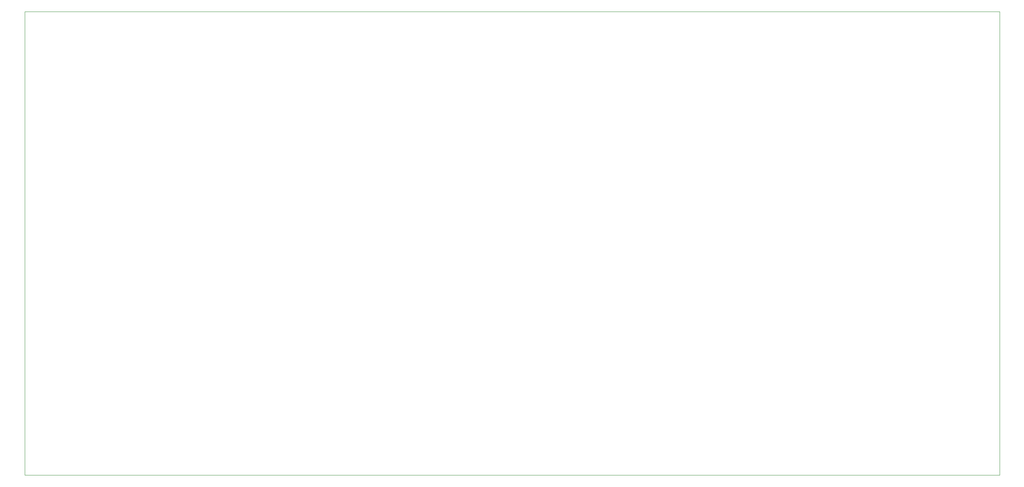
<source format=gm1>
%TF.GenerationSoftware,KiCad,Pcbnew,(6.0.9)*%
%TF.CreationDate,2022-11-08T23:38:06-07:00*%
%TF.ProjectId,gnctr-wack-a-mole-pcb,676e6374-722d-4776-9163-6b2d612d6d6f,rev?*%
%TF.SameCoordinates,Original*%
%TF.FileFunction,Profile,NP*%
%FSLAX46Y46*%
G04 Gerber Fmt 4.6, Leading zero omitted, Abs format (unit mm)*
G04 Created by KiCad (PCBNEW (6.0.9)) date 2022-11-08 23:38:06*
%MOMM*%
%LPD*%
G01*
G04 APERTURE LIST*
%TA.AperFunction,Profile*%
%ADD10C,0.100000*%
%TD*%
G04 APERTURE END LIST*
D10*
X37635000Y-48290000D02*
X250995000Y-48290000D01*
X250995000Y-48290000D02*
X250995000Y-149890000D01*
X250995000Y-149890000D02*
X37635000Y-149890000D01*
X37635000Y-149890000D02*
X37635000Y-48290000D01*
M02*

</source>
